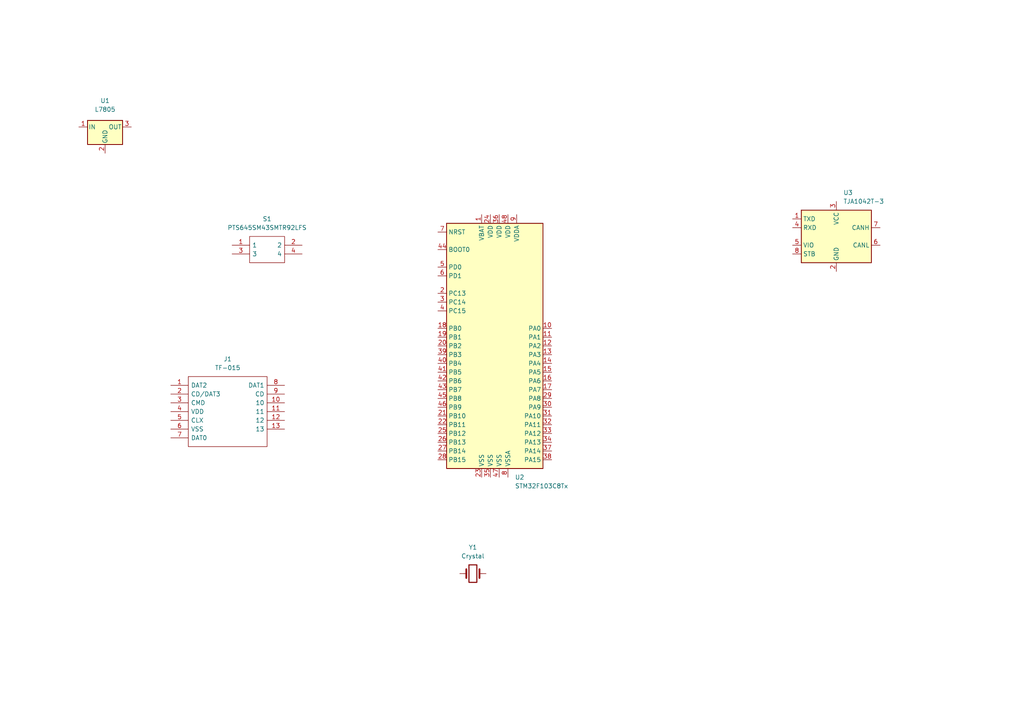
<source format=kicad_sch>
(kicad_sch (version 20211123) (generator eeschema)
  (paper "A4")
  (lib_symbols
    (symbol "Device:Crystal" (pin_numbers hide) (pin_names (offset 1.016) hide)
      (property "Reference" "Y" (at 0 3.81 0))
      (property "Value" "Crystal" (at 0 -3.81 0))
      (symbol "Crystal_0_1"
        (rectangle (start -1.143 2.54) (end 1.143 -2.54) (stroke (width 0.3048)))
        (polyline (pts (xy -2.54 0) (xy -1.905 0)))
        (polyline (pts (xy -1.905 -1.27) (xy -1.905 1.27)) (stroke (width 0.508)))
        (polyline (pts (xy 1.905 -1.27) (xy 1.905 1.27)) (stroke (width 0.508)))
        (polyline (pts (xy 2.54 0) (xy 1.905 0)))
      )
      (symbol "Crystal_1_1"
        (pin passive line (at -3.81 0 0) (length 1.27) (name "1") (number "1"))
        (pin passive line (at 3.81 0 180) (length 1.27) (name "2") (number "2"))
      )
    )
    (symbol "Interface_CAN_LIN:TJA1042T-3"
      (property "Reference" "U" (at -10.16 8.89 0))
      (property "Value" "TJA1042T-3" (at 1.27 8.89 0))
      (symbol "TJA1042T-3_0_1"
        (rectangle (start -10.16 7.62) (end 10.16 -7.62) (stroke (width 0.254)) (fill (type background)))
      )
      (symbol "TJA1042T-3_1_1"
        (pin input line (at -12.7 5.08 0) (length 2.54) (name "TXD") (number "1"))
        (pin power_in line (at 0 -10.16 90) (length 2.54) (name "GND") (number "2"))
        (pin power_in line (at 0 10.16 270) (length 2.54) (name "VCC") (number "3"))
        (pin output line (at -12.7 2.54 0) (length 2.54) (name "RXD") (number "4"))
        (pin power_in line (at -12.7 -2.54 0) (length 2.54) (name "VIO") (number "5"))
        (pin bidirectional line (at 12.7 -2.54 180) (length 2.54) (name "CANL") (number "6"))
        (pin bidirectional line (at 12.7 2.54 180) (length 2.54) (name "CANH") (number "7"))
        (pin input line (at -12.7 -5.08 0) (length 2.54) (name "STB") (number "8"))
      )
    )
    (symbol "MCU_ST_STM32F1:STM32F103C8Tx"
      (property "Reference" "U" (at -15.24 36.83 0))
      (property "Value" "STM32F103C8Tx" (at 7.62 36.83 0))
      (symbol "STM32F103C8Tx_0_1"
        (rectangle (start -15.24 -35.56) (end 12.7 35.56) (stroke (width 0.254)) (fill (type background)))
      )
      (symbol "STM32F103C8Tx_1_1"
        (pin power_in line (at -5.08 38.1 270) (length 2.54) (name "VBAT") (number "1"))
        (pin bidirectional line (at 15.24 5.08 180) (length 2.54) (name "PA0") (number "10"))
        (pin bidirectional line (at 15.24 2.54 180) (length 2.54) (name "PA1") (number "11"))
        (pin bidirectional line (at 15.24 0 180) (length 2.54) (name "PA2") (number "12"))
        (pin bidirectional line (at 15.24 -2.54 180) (length 2.54) (name "PA3") (number "13"))
        (pin bidirectional line (at 15.24 -5.08 180) (length 2.54) (name "PA4") (number "14"))
        (pin bidirectional line (at 15.24 -7.62 180) (length 2.54) (name "PA5") (number "15"))
        (pin bidirectional line (at 15.24 -10.16 180) (length 2.54) (name "PA6") (number "16"))
        (pin bidirectional line (at 15.24 -12.7 180) (length 2.54) (name "PA7") (number "17"))
        (pin bidirectional line (at -17.78 5.08 0) (length 2.54) (name "PB0") (number "18"))
        (pin bidirectional line (at -17.78 2.54 0) (length 2.54) (name "PB1") (number "19"))
        (pin bidirectional line (at -17.78 15.24 0) (length 2.54) (name "PC13") (number "2"))
        (pin bidirectional line (at -17.78 0 0) (length 2.54) (name "PB2") (number "20"))
        (pin bidirectional line (at -17.78 -20.32 0) (length 2.54) (name "PB10") (number "21"))
        (pin bidirectional line (at -17.78 -22.86 0) (length 2.54) (name "PB11") (number "22"))
        (pin power_in line (at -5.08 -38.1 90) (length 2.54) (name "VSS") (number "23"))
        (pin power_in line (at -2.54 38.1 270) (length 2.54) (name "VDD") (number "24"))
        (pin bidirectional line (at -17.78 -25.4 0) (length 2.54) (name "PB12") (number "25"))
        (pin bidirectional line (at -17.78 -27.94 0) (length 2.54) (name "PB13") (number "26"))
        (pin bidirectional line (at -17.78 -30.48 0) (length 2.54) (name "PB14") (number "27"))
        (pin bidirectional line (at -17.78 -33.02 0) (length 2.54) (name "PB15") (number "28"))
        (pin bidirectional line (at 15.24 -15.24 180) (length 2.54) (name "PA8") (number "29"))
        (pin bidirectional line (at -17.78 12.7 0) (length 2.54) (name "PC14") (number "3"))
        (pin bidirectional line (at 15.24 -17.78 180) (length 2.54) (name "PA9") (number "30"))
        (pin bidirectional line (at 15.24 -20.32 180) (length 2.54) (name "PA10") (number "31"))
        (pin bidirectional line (at 15.24 -22.86 180) (length 2.54) (name "PA11") (number "32"))
        (pin bidirectional line (at 15.24 -25.4 180) (length 2.54) (name "PA12") (number "33"))
        (pin bidirectional line (at 15.24 -27.94 180) (length 2.54) (name "PA13") (number "34"))
        (pin power_in line (at -2.54 -38.1 90) (length 2.54) (name "VSS") (number "35"))
        (pin power_in line (at 0 38.1 270) (length 2.54) (name "VDD") (number "36"))
        (pin bidirectional line (at 15.24 -30.48 180) (length 2.54) (name "PA14") (number "37"))
        (pin bidirectional line (at 15.24 -33.02 180) (length 2.54) (name "PA15") (number "38"))
        (pin bidirectional line (at -17.78 -2.54 0) (length 2.54) (name "PB3") (number "39"))
        (pin bidirectional line (at -17.78 10.16 0) (length 2.54) (name "PC15") (number "4"))
        (pin bidirectional line (at -17.78 -5.08 0) (length 2.54) (name "PB4") (number "40"))
        (pin bidirectional line (at -17.78 -7.62 0) (length 2.54) (name "PB5") (number "41"))
        (pin bidirectional line (at -17.78 -10.16 0) (length 2.54) (name "PB6") (number "42"))
        (pin bidirectional line (at -17.78 -12.7 0) (length 2.54) (name "PB7") (number "43"))
        (pin input line (at -17.78 27.94 0) (length 2.54) (name "BOOT0") (number "44"))
        (pin bidirectional line (at -17.78 -15.24 0) (length 2.54) (name "PB8") (number "45"))
        (pin bidirectional line (at -17.78 -17.78 0) (length 2.54) (name "PB9") (number "46"))
        (pin power_in line (at 0 -38.1 90) (length 2.54) (name "VSS") (number "47"))
        (pin power_in line (at 2.54 38.1 270) (length 2.54) (name "VDD") (number "48"))
        (pin input line (at -17.78 22.86 0) (length 2.54) (name "PD0") (number "5"))
        (pin input line (at -17.78 20.32 0) (length 2.54) (name "PD1") (number "6"))
        (pin input line (at -17.78 33.02 0) (length 2.54) (name "NRST") (number "7"))
        (pin power_in line (at 2.54 -38.1 90) (length 2.54) (name "VSSA") (number "8"))
        (pin power_in line (at 5.08 38.1 270) (length 2.54) (name "VDDA") (number "9"))
      )
    )
    (symbol "PTS645SM43SMTR92LFS:PTS645SM43SMTR92LFS" (pin_names (offset 0.762))
      (property "Reference" "S" (at 16.51 7.62 0))
      (property "Value" "PTS645SM43SMTR92LFS" (at 16.51 5.08 0))
      (symbol "PTS645SM43SMTR92LFS_0_0"
        (pin passive line (at 0 0 0) (length 5.08) (name "1") (number "1"))
        (pin passive line (at 20.32 0 180) (length 5.08) (name "2") (number "2"))
        (pin passive line (at 0 -2.54 0) (length 5.08) (name "3") (number "3"))
        (pin passive line (at 20.32 -2.54 180) (length 5.08) (name "4") (number "4"))
      )
      (symbol "PTS645SM43SMTR92LFS_0_1"
        (polyline (pts (xy 5.08 2.54) (xy 15.24 2.54) (xy 15.24 -5.08) (xy 5.08 -5.08) (xy 5.08 2.54)) (stroke (width 0.1524)))
      )
    )
    (symbol "Regulator_Linear:L7805" (pin_names (offset 0.254))
      (property "Reference" "U" (at -3.81 3.175 0))
      (property "Value" "L7805" (at 0 3.175 0))
      (symbol "L7805_0_1"
        (rectangle (start -5.08 1.905) (end 5.08 -5.08) (stroke (width 0.254)) (fill (type background)))
      )
      (symbol "L7805_1_1"
        (pin power_in line (at -7.62 0 0) (length 2.54) (name "IN") (number "1"))
        (pin power_in line (at 0 -7.62 90) (length 2.54) (name "GND") (number "2"))
        (pin power_out line (at 7.62 0 180) (length 2.54) (name "OUT") (number "3"))
      )
    )
    (symbol "TF-015:TF-015" (pin_names (offset 0.762))
      (property "Reference" "J" (at 29.21 7.62 0))
      (property "Value" "TF-015" (at 29.21 5.08 0))
      (symbol "TF-015_0_0"
        (pin passive line (at 0 0 0) (length 5.08) (name "DAT2") (number "1"))
        (pin passive line (at 33.02 -5.08 180) (length 5.08) (name "10") (number "10"))
        (pin passive line (at 33.02 -7.62 180) (length 5.08) (name "11") (number "11"))
        (pin passive line (at 33.02 -10.16 180) (length 5.08) (name "12") (number "12"))
        (pin passive line (at 33.02 -12.7 180) (length 5.08) (name "13") (number "13"))
        (pin passive line (at 0 -2.54 0) (length 5.08) (name "CD/DAT3") (number "2"))
        (pin passive line (at 0 -5.08 0) (length 5.08) (name "CMD") (number "3"))
        (pin passive line (at 0 -7.62 0) (length 5.08) (name "VDD") (number "4"))
        (pin passive line (at 0 -10.16 0) (length 5.08) (name "CLX") (number "5"))
        (pin passive line (at 0 -12.7 0) (length 5.08) (name "VSS") (number "6"))
        (pin passive line (at 0 -15.24 0) (length 5.08) (name "DAT0") (number "7"))
        (pin passive line (at 33.02 0 180) (length 5.08) (name "DAT1") (number "8"))
        (pin passive line (at 33.02 -2.54 180) (length 5.08) (name "CD") (number "9"))
      )
      (symbol "TF-015_0_1"
        (polyline (pts (xy 5.08 2.54) (xy 27.94 2.54) (xy 27.94 -17.78) (xy 5.08 -17.78) (xy 5.08 2.54)) (stroke (width 0.1524)))
      )
    )
  )
  (symbol (lib_id "PTS645SM43SMTR92LFS:PTS645SM43SMTR92LFS") (at 67.31 71.12 0) (unit 1)
    (property "Reference" "S1" (at 77.47 63.5 0))
    (property "Value" "PTS645SM43SMTR92LFS" (at 77.47 66.04 0))
    (property "Footprint" "KiCad:PTS645_SMT_" (effects hide))
    (property "Datasheet" "http://www.farnell.com/datasheets/1914518.pdf" (effects hide))
    (property "Description" "C & K COMPONENTS - PTS645SM43SMTR92LFS - SWITCH, SPST, 0.05A, 12VDC, SMD, 4.3MM" (effects hide))
    (property "Manufacturer_Name" "C & K COMPONENTS" (effects hide))
    (property "Manufacturer_Part_Number" "PTS645SM43SMTR92LFS" (effects hide))
    (property "Mouser Part Number" "611-PTS645SM43SMTR92" (effects hide))
    (property "Mouser Price/Stock" "https://www.mouser.co.uk/ProductDetail/CK/PTS645SM43SMTR92LFS?qs=FESYatJ8odKPktxv6ncfWg%3D%3D" (effects hide))
    (property "Arrow Part Number" "PTS645SM43SMTR92LFS" (effects hide))
    (property "Arrow Price/Stock" "https://www.arrow.com/en/products/pts645sm43smtr92lfs/ck" (effects hide))
  )
  (symbol (lib_id "TF-015:TF-015") (at 49.53 111.76 0) (unit 1)
    (property "Reference" "J1" (at 66.04 104.14 0))
    (property "Value" "TF-015" (at 66.04 106.68 0))
    (property "Footprint" "KiCad:TF015" (effects hide))
    (property "Datasheet" "https://datasheet.lcsc.com/szlcsc/SOFNG-TF-015_C113206.pdf" (effects hide))
    (property "Description" "SD Card connector" (effects hide))
    (property "Height" "1.7" (effects hide))
    (property "Manufacturer_Name" "SOFNG" (effects hide))
    (property "Manufacturer_Part_Number" "TF-015" (effects hide))
  )
  (symbol (lib_id "Device:Crystal") (at 137.16 166.37 0) (unit 1)
    (property "Reference" "Y1" (at 137.16 158.75 0))
    (property "Value" "Crystal" (at 137.16 161.29 0))
    (property "Footprint" "Crystal:Crystal_HC49-U_Vertical" (effects hide))
  )
  (symbol (lib_id "Regulator_Linear:L7805") (at 30.48 36.83 0) (unit 1)
    (property "Reference" "U1" (at 30.48 29.21 0))
    (property "Value" "L7805" (at 30.48 31.75 0))
    (property "Footprint" "Package_TO_SOT_SMD:TO-252-2" (effects hide))
    (property "Datasheet" "http://www.st.com/content/ccc/resource/technical/document/datasheet/41/4f/b3/b0/12/d4/47/88/CD00000444.pdf/files/CD00000444.pdf/jcr:content/translations/en.CD00000444.pdf" (effects hide))
  )
  (symbol (lib_id "Interface_CAN_LIN:TJA1042T-3") (at 242.57 68.58 0) (unit 1)
    (property "Reference" "U3" (at 244.5894 55.88 0) (effects (justify left)))
    (property "Value" "TJA1042T-3" (at 244.5894 58.42 0) (effects (justify left)))
    (property "Footprint" "Package_SO:SOIC-8_3.9x4.9mm_P1.27mm" (effects hide))
    (property "Datasheet" "http://www.nxp.com/documents/data_sheet/TJA1042.pdf" (effects hide))
  )
  (symbol (lib_id "MCU_ST_STM32F1:STM32F103C8Tx") (at 144.78 100.33 0) (unit 1)
    (property "Reference" "U2" (at 149.3394 138.43 0) (effects (justify left)))
    (property "Value" "STM32F103C8Tx" (at 149.3394 140.97 0) (effects (justify left)))
    (property "Footprint" "Package_QFP:LQFP-48_7x7mm_P0.5mm" (effects hide))
    (property "Datasheet" "http://www.st.com/st-web-ui/static/active/en/resource/technical/document/datasheet/CD00161566.pdf" (effects hide))
  )
)
</source>
